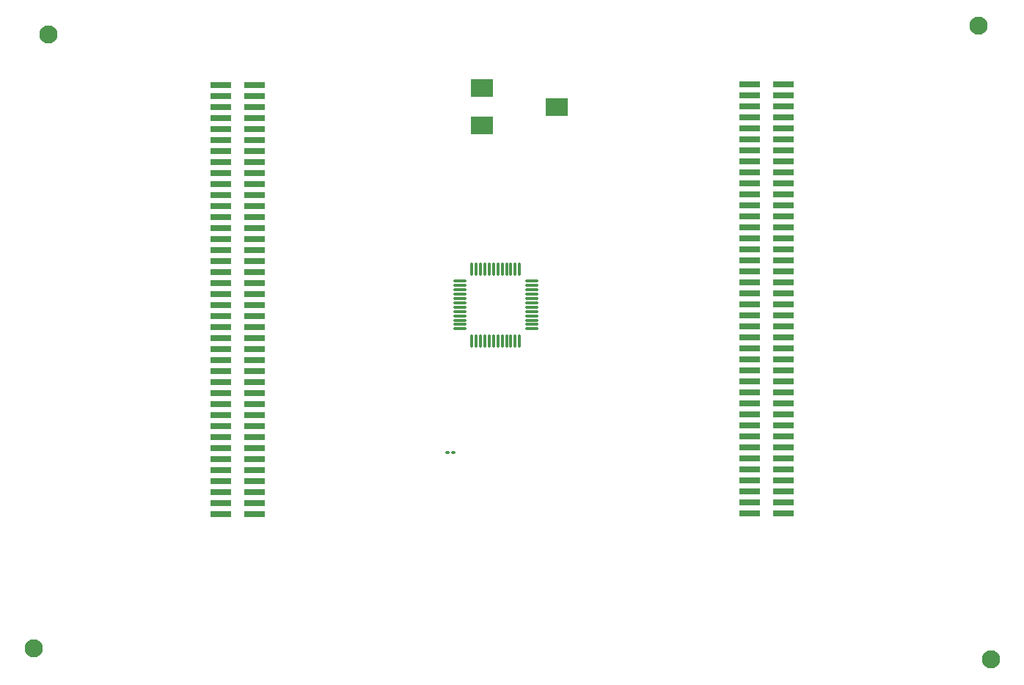
<source format=gbr>
%TF.GenerationSoftware,KiCad,Pcbnew,(7.0.0)*%
%TF.CreationDate,2023-06-01T13:02:33-06:00*%
%TF.ProjectId,V1,56312e6b-6963-4616-945f-706362585858,rev?*%
%TF.SameCoordinates,Original*%
%TF.FileFunction,Soldermask,Top*%
%TF.FilePolarity,Negative*%
%FSLAX46Y46*%
G04 Gerber Fmt 4.6, Leading zero omitted, Abs format (unit mm)*
G04 Created by KiCad (PCBNEW (7.0.0)) date 2023-06-01 13:02:33*
%MOMM*%
%LPD*%
G01*
G04 APERTURE LIST*
G04 Aperture macros list*
%AMRoundRect*
0 Rectangle with rounded corners*
0 $1 Rounding radius*
0 $2 $3 $4 $5 $6 $7 $8 $9 X,Y pos of 4 corners*
0 Add a 4 corners polygon primitive as box body*
4,1,4,$2,$3,$4,$5,$6,$7,$8,$9,$2,$3,0*
0 Add four circle primitives for the rounded corners*
1,1,$1+$1,$2,$3*
1,1,$1+$1,$4,$5*
1,1,$1+$1,$6,$7*
1,1,$1+$1,$8,$9*
0 Add four rect primitives between the rounded corners*
20,1,$1+$1,$2,$3,$4,$5,0*
20,1,$1+$1,$4,$5,$6,$7,0*
20,1,$1+$1,$6,$7,$8,$9,0*
20,1,$1+$1,$8,$9,$2,$3,0*%
G04 Aperture macros list end*
%ADD10RoundRect,0.100000X-0.130000X-0.100000X0.130000X-0.100000X0.130000X0.100000X-0.130000X0.100000X0*%
%ADD11R,2.400000X0.740000*%
%ADD12R,2.500000X2.000000*%
%ADD13C,2.100000*%
%ADD14RoundRect,0.075000X-0.662500X-0.075000X0.662500X-0.075000X0.662500X0.075000X-0.662500X0.075000X0*%
%ADD15RoundRect,0.075000X-0.075000X-0.662500X0.075000X-0.662500X0.075000X0.662500X-0.075000X0.662500X0*%
G04 APERTURE END LIST*
D10*
%TO.C,R1*%
X144580000Y-106000000D03*
X145220000Y-106000000D03*
%TD*%
D11*
%TO.C,J3*%
X179499999Y-63509999D03*
X183399999Y-63509999D03*
X179499999Y-64779999D03*
X183399999Y-64779999D03*
X179499999Y-66049999D03*
X183399999Y-66049999D03*
X179499999Y-67319999D03*
X183399999Y-67319999D03*
X179499999Y-68589999D03*
X183399999Y-68589999D03*
X179499999Y-69859999D03*
X183399999Y-69859999D03*
X179499999Y-71129999D03*
X183399999Y-71129999D03*
X179499999Y-72399999D03*
X183399999Y-72399999D03*
X179499999Y-73669999D03*
X183399999Y-73669999D03*
X179499999Y-74939999D03*
X183399999Y-74939999D03*
X179499999Y-76209999D03*
X183399999Y-76209999D03*
X179499999Y-77479999D03*
X183399999Y-77479999D03*
X179499999Y-78749999D03*
X183399999Y-78749999D03*
X179499999Y-80019999D03*
X183399999Y-80019999D03*
X179499999Y-81289999D03*
X183399999Y-81289999D03*
X179499999Y-82559999D03*
X183399999Y-82559999D03*
X179499999Y-83829999D03*
X183399999Y-83829999D03*
X179499999Y-85099999D03*
X183399999Y-85099999D03*
X179499999Y-86369999D03*
X183399999Y-86369999D03*
X179499999Y-87639999D03*
X183399999Y-87639999D03*
X179499999Y-88909999D03*
X183399999Y-88909999D03*
X179499999Y-90179999D03*
X183399999Y-90179999D03*
X179499999Y-91449999D03*
X183399999Y-91449999D03*
X179499999Y-92719999D03*
X183399999Y-92719999D03*
X179499999Y-93989999D03*
X183399999Y-93989999D03*
X179499999Y-95259999D03*
X183399999Y-95259999D03*
X179499999Y-96529999D03*
X183399999Y-96529999D03*
X179499999Y-97799999D03*
X183399999Y-97799999D03*
X179499999Y-99069999D03*
X183399999Y-99069999D03*
X179499999Y-100339999D03*
X183399999Y-100339999D03*
X179499999Y-101609999D03*
X183399999Y-101609999D03*
X179499999Y-102879999D03*
X183399999Y-102879999D03*
X179499999Y-104149999D03*
X183399999Y-104149999D03*
X179499999Y-105419999D03*
X183399999Y-105419999D03*
X179499999Y-106689999D03*
X183399999Y-106689999D03*
X179499999Y-107959999D03*
X183399999Y-107959999D03*
X179499999Y-109229999D03*
X183399999Y-109229999D03*
X179499999Y-110499999D03*
X183399999Y-110499999D03*
X179499999Y-111769999D03*
X183399999Y-111769999D03*
X179499999Y-113039999D03*
X183399999Y-113039999D03*
%TD*%
%TO.C,J2*%
X118399999Y-63549999D03*
X122299999Y-63549999D03*
X118399999Y-64819999D03*
X122299999Y-64819999D03*
X118399999Y-66089999D03*
X122299999Y-66089999D03*
X118399999Y-67359999D03*
X122299999Y-67359999D03*
X118399999Y-68629999D03*
X122299999Y-68629999D03*
X118399999Y-69899999D03*
X122299999Y-69899999D03*
X118399999Y-71169999D03*
X122299999Y-71169999D03*
X118399999Y-72439999D03*
X122299999Y-72439999D03*
X118399999Y-73709999D03*
X122299999Y-73709999D03*
X118399999Y-74979999D03*
X122299999Y-74979999D03*
X118399999Y-76249999D03*
X122299999Y-76249999D03*
X118399999Y-77519999D03*
X122299999Y-77519999D03*
X118399999Y-78789999D03*
X122299999Y-78789999D03*
X118399999Y-80059999D03*
X122299999Y-80059999D03*
X118399999Y-81329999D03*
X122299999Y-81329999D03*
X118399999Y-82599999D03*
X122299999Y-82599999D03*
X118399999Y-83869999D03*
X122299999Y-83869999D03*
X118399999Y-85139999D03*
X122299999Y-85139999D03*
X118399999Y-86409999D03*
X122299999Y-86409999D03*
X118399999Y-87679999D03*
X122299999Y-87679999D03*
X118399999Y-88949999D03*
X122299999Y-88949999D03*
X118399999Y-90219999D03*
X122299999Y-90219999D03*
X118399999Y-91489999D03*
X122299999Y-91489999D03*
X118399999Y-92759999D03*
X122299999Y-92759999D03*
X118399999Y-94029999D03*
X122299999Y-94029999D03*
X118399999Y-95299999D03*
X122299999Y-95299999D03*
X118399999Y-96569999D03*
X122299999Y-96569999D03*
X118399999Y-97839999D03*
X122299999Y-97839999D03*
X118399999Y-99109999D03*
X122299999Y-99109999D03*
X118399999Y-100379999D03*
X122299999Y-100379999D03*
X118399999Y-101649999D03*
X122299999Y-101649999D03*
X118399999Y-102919999D03*
X122299999Y-102919999D03*
X118399999Y-104189999D03*
X122299999Y-104189999D03*
X118399999Y-105459999D03*
X122299999Y-105459999D03*
X118399999Y-106729999D03*
X122299999Y-106729999D03*
X118399999Y-107999999D03*
X122299999Y-107999999D03*
X118399999Y-109269999D03*
X122299999Y-109269999D03*
X118399999Y-110539999D03*
X122299999Y-110539999D03*
X118399999Y-111809999D03*
X122299999Y-111809999D03*
X118399999Y-113079999D03*
X122299999Y-113079999D03*
%TD*%
D12*
%TO.C,10K1*%
X148574999Y-68249999D03*
X157224999Y-66099999D03*
X148574999Y-63949999D03*
%TD*%
D13*
%TO.C,H4*%
X207300000Y-129900000D03*
%TD*%
%TO.C,H3*%
X96800000Y-128600000D03*
%TD*%
%TO.C,H2*%
X205900000Y-56700000D03*
%TD*%
%TO.C,H1*%
X98500000Y-57700000D03*
%TD*%
D14*
%TO.C,U1*%
X145987500Y-86212500D03*
X145987500Y-86712500D03*
X145987500Y-87212500D03*
X145987500Y-87712500D03*
X145987500Y-88212500D03*
X145987500Y-88712500D03*
X145987500Y-89212500D03*
X145987500Y-89712500D03*
X145987500Y-90212500D03*
X145987500Y-90712500D03*
X145987500Y-91212500D03*
X145987500Y-91712500D03*
D15*
X147400000Y-93125000D03*
X147900000Y-93125000D03*
X148400000Y-93125000D03*
X148900000Y-93125000D03*
X149400000Y-93125000D03*
X149900000Y-93125000D03*
X150400000Y-93125000D03*
X150900000Y-93125000D03*
X151400000Y-93125000D03*
X151900000Y-93125000D03*
X152400000Y-93125000D03*
X152900000Y-93125000D03*
D14*
X154312500Y-91712500D03*
X154312500Y-91212500D03*
X154312500Y-90712500D03*
X154312500Y-90212500D03*
X154312500Y-89712500D03*
X154312500Y-89212500D03*
X154312500Y-88712500D03*
X154312500Y-88212500D03*
X154312500Y-87712500D03*
X154312500Y-87212500D03*
X154312500Y-86712500D03*
X154312500Y-86212500D03*
D15*
X152900000Y-84800000D03*
X152400000Y-84800000D03*
X151900000Y-84800000D03*
X151400000Y-84800000D03*
X150900000Y-84800000D03*
X150400000Y-84800000D03*
X149900000Y-84800000D03*
X149400000Y-84800000D03*
X148900000Y-84800000D03*
X148400000Y-84800000D03*
X147900000Y-84800000D03*
X147400000Y-84800000D03*
%TD*%
M02*

</source>
